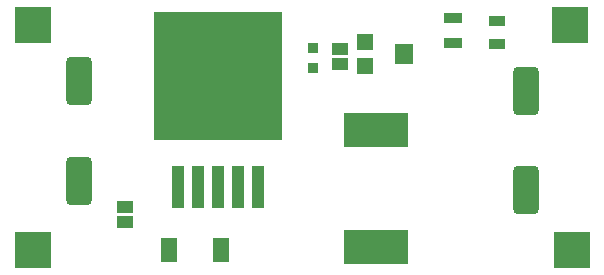
<source format=gts>
G04*
G04 #@! TF.GenerationSoftware,Altium Limited,Altium Designer,22.3.1 (43)*
G04*
G04 Layer_Color=8388736*
%FSLAX25Y25*%
%MOIN*%
G70*
G04*
G04 #@! TF.SameCoordinates,092B01F2-D36E-4E11-877B-5D38536E2366*
G04*
G04*
G04 #@! TF.FilePolarity,Negative*
G04*
G01*
G75*
%ADD15R,0.21300X0.11400*%
%ADD24R,0.05512X0.07874*%
G04:AMPARAMS|DCode=25|XSize=162.99mil|YSize=87.4mil|CornerRadius=18.66mil|HoleSize=0mil|Usage=FLASHONLY|Rotation=90.000|XOffset=0mil|YOffset=0mil|HoleType=Round|Shape=RoundedRectangle|*
%AMROUNDEDRECTD25*
21,1,0.16299,0.05008,0,0,90.0*
21,1,0.12567,0.08740,0,0,90.0*
1,1,0.03732,0.02504,0.06284*
1,1,0.03732,0.02504,-0.06284*
1,1,0.03732,-0.02504,-0.06284*
1,1,0.03732,-0.02504,0.06284*
%
%ADD25ROUNDEDRECTD25*%
%ADD26R,0.04331X0.14173*%
%ADD27R,0.42520X0.42520*%
%ADD28R,0.06094X0.03394*%
%ADD29R,0.06299X0.06693*%
%ADD30R,0.05294X0.05295*%
%ADD31R,0.05512X0.03937*%
%ADD32R,0.05512X0.03543*%
%ADD33R,0.03740X0.03740*%
%ADD34R,0.12205X0.12205*%
%ADD35C,0.03150*%
D15*
X124508Y50000D02*
D03*
Y11024D02*
D03*
D24*
X55413Y9843D02*
D03*
X72729D02*
D03*
D25*
X25591Y66201D02*
D03*
Y33012D02*
D03*
X174409Y63051D02*
D03*
Y29862D02*
D03*
D26*
X65059Y30807D02*
D03*
X71752D02*
D03*
X78445D02*
D03*
X85138D02*
D03*
X58366D02*
D03*
D27*
X71760Y68012D02*
D03*
D28*
X150098Y78969D02*
D03*
Y87369D02*
D03*
D29*
X133858Y75197D02*
D03*
D30*
X120965Y71161D02*
D03*
Y79232D02*
D03*
D31*
X112500Y71850D02*
D03*
Y76968D02*
D03*
X40945Y24213D02*
D03*
Y19094D02*
D03*
D32*
X164764Y78642D02*
D03*
Y86122D02*
D03*
D33*
X103445Y70473D02*
D03*
Y77165D02*
D03*
D34*
X10138Y9843D02*
D03*
X10039Y85039D02*
D03*
X189764Y9843D02*
D03*
X188976Y85039D02*
D03*
D35*
X89075Y67864D02*
D03*
Y61614D02*
D03*
X81791Y86614D02*
D03*
Y80364D02*
D03*
Y74114D02*
D03*
Y67864D02*
D03*
Y61614D02*
D03*
X74409Y74114D02*
D03*
Y86614D02*
D03*
Y80364D02*
D03*
Y67864D02*
D03*
Y61614D02*
D03*
X89075Y55364D02*
D03*
Y80364D02*
D03*
Y86614D02*
D03*
Y74114D02*
D03*
X67421Y67864D02*
D03*
Y80364D02*
D03*
Y86614D02*
D03*
Y74114D02*
D03*
Y61614D02*
D03*
Y55364D02*
D03*
X60335Y74114D02*
D03*
Y67864D02*
D03*
Y80364D02*
D03*
Y86614D02*
D03*
Y61614D02*
D03*
Y55364D02*
D03*
X53150Y74114D02*
D03*
Y80364D02*
D03*
Y86614D02*
D03*
Y55364D02*
D03*
X81791Y55364D02*
D03*
X74409D02*
D03*
X67421Y49114D02*
D03*
X60335D02*
D03*
X89075D02*
D03*
X81791D02*
D03*
X74409D02*
D03*
X53150Y61614D02*
D03*
Y67864D02*
D03*
Y49114D02*
D03*
M02*

</source>
